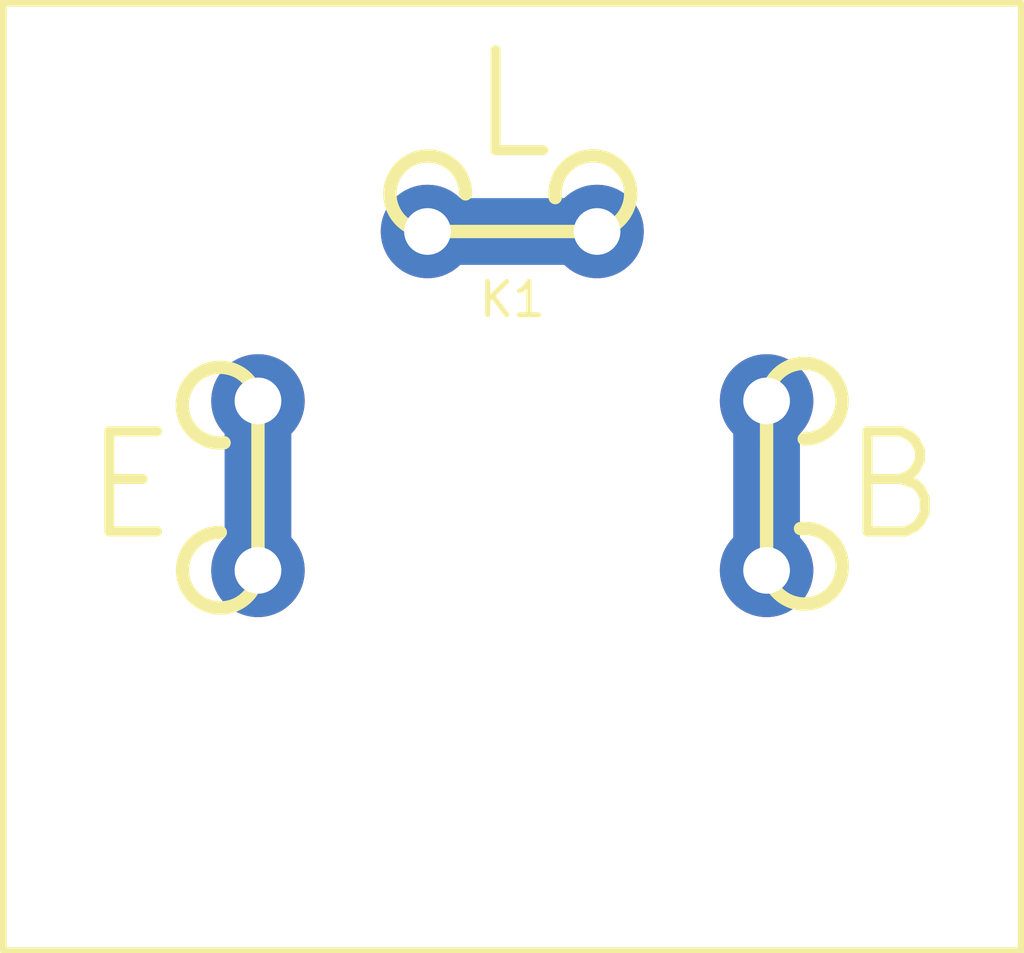
<source format=kicad_pcb>
(kicad_pcb (version 20211014) (generator pcbnew)
  (layers (0 "F.Cu" signal) (31 "B.Cu" signal) (34 "B.Paste" user) (35 "F.Paste" user) (36 "B.SilkS" user "B.Silkscreen") (37 "F.SilkS" user "F.Silkscreen") (38 "B.Mask" user) (39 "F.Mask" user) (44 "Edge.Cuts" user))
  (net 0 "")
  (net 1 "Net-(F1-Pad1)")
  (net 2 "Net-(J16-Pad3)")
  (net 3 "GND1")
  (footprint "circuit:CF13JL-02" (layer "F.Cu") (at 134.62 83.82)
    (fp_text reference "K1" (at 0 -0.5 unlocked) (layer "F.SilkS"))
    (fp_text value "CF13JL-02")
    (fp_text user "B" (at 11.43 5.08 unlocked) (layer "F.SilkS") (effects (font (size 3 3) (thickness 0.3))))
    (fp_text user "L" (at 0 -6.35 unlocked) (layer "F.SilkS") (effects (font (size 3 3) (thickness 0.3))))
    (fp_text user "E" (at -11.43 5.08 unlocked) (layer "F.SilkS") (effects (font (size 3 3) (thickness 0.3))))
    (fp_line (start 2.54 -2.54) (end -2.54 -2.54) (layer "B.Cu") (width 2))
    (fp_line (start 7.62 2.54) (end 7.62 7.62) (layer "B.Cu") (width 2))
    (fp_line (start -7.62 2.54) (end -7.62 7.62) (layer "B.Cu") (width 2))
    (fp_line (start 2.414474 -2.54) (end -2.414474 -2.54) (layer "F.SilkS") (width 0.4))
    (fp_line (start 7.62 7.494474) (end 7.62 2.665526) (layer "F.SilkS") (width 0.4))
    (fp_line (start -7.62 2.665526) (end -7.62 7.494474) (layer "F.SilkS") (width 0.4))
    (fp_rect (start -15.25 -9.38) (end 15.25 19.02) (layer "F.SilkS") (width 0.2) (fill none))
    (fp_arc (start 1.286474 -3.556) (mid 3.173526 -4.5169) (end 2.414474 -2.54) (layer "F.SilkS") (width 0.4))
    (fp_arc (start -2.414474 -2.54) (mid -3.375374 -4.427052) (end -1.398474 -3.668) (layer "F.SilkS") (width 0.4))
    (fp_arc (start 8.636 6.366474) (mid 9.596894 8.253519) (end 7.62 7.494474) (layer "F.SilkS") (width 0.4))
    (fp_arc (start 7.62 2.665526) (mid 9.507051 1.704622) (end 8.748 3.681526) (layer "F.SilkS") (width 0.4))
    (fp_arc (start -8.636 3.793526) (mid -9.5969 1.906474) (end -7.62 2.665526) (layer "F.SilkS") (width 0.4))
    (fp_arc (start -7.62 7.494474) (mid -9.507052 8.455374) (end -8.748 6.478474) (layer "F.SilkS") (width 0.4))
    (pad "1" thru_hole circle (at 7.62 2.54) (size 2.8 2.8) (drill 1.4) (layers *.Cu *.Mask) (net 1 "Net-(F1-Pad1)"))
    (pad "1" thru_hole circle (at 7.62 7.62) (size 2.8 2.8) (drill 1.4) (layers *.Cu *.Mask) (net 1 "Net-(F1-Pad1)"))
    (pad "2" thru_hole circle (at -2.54 -2.54) (size 2.8 2.8) (drill 1.4) (layers *.Cu *.Mask) (net 2 "Net-(J16-Pad3)"))
    (pad "2" thru_hole circle (at 2.54 -2.54) (size 2.8 2.8) (drill 1.4) (layers *.Cu *.Mask) (net 2 "Net-(J16-Pad3)"))
    (pad "3" thru_hole circle (at -7.62 2.54) (size 2.8 2.8) (drill 1.4) (layers *.Cu *.Mask) (net 3 "GND1"))
    (pad "3" thru_hole circle (at -7.62 7.62) (size 2.8 2.8) (drill 1.4) (layers *.Cu *.Mask) (net 3 "GND1"))
  )
)
</source>
